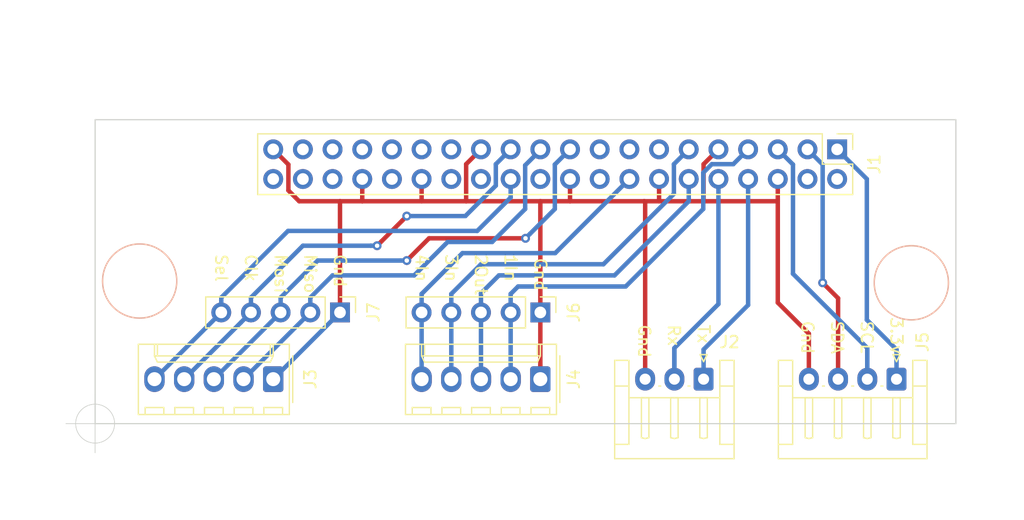
<source format=kicad_pcb>
(kicad_pcb (version 20171130) (host pcbnew "(5.1.4)-1")

  (general
    (thickness 1.6)
    (drawings 29)
    (tracks 124)
    (zones 0)
    (modules 9)
    (nets 15)
  )

  (page A4)
  (layers
    (0 F.Cu signal)
    (31 B.Cu signal)
    (32 B.Adhes user)
    (33 F.Adhes user)
    (34 B.Paste user)
    (35 F.Paste user)
    (36 B.SilkS user)
    (37 F.SilkS user)
    (38 B.Mask user)
    (39 F.Mask user)
    (40 Dwgs.User user)
    (41 Cmts.User user)
    (42 Eco1.User user)
    (43 Eco2.User user)
    (44 Edge.Cuts user)
    (45 Margin user)
    (46 B.CrtYd user)
    (47 F.CrtYd user)
    (48 B.Fab user hide)
    (49 F.Fab user hide)
  )

  (setup
    (last_trace_width 0.381)
    (trace_clearance 0.2)
    (zone_clearance 0.508)
    (zone_45_only no)
    (trace_min 0.2)
    (via_size 0.762)
    (via_drill 0.381)
    (via_min_size 0.4)
    (via_min_drill 0.3)
    (uvia_size 0.3)
    (uvia_drill 0.1)
    (uvias_allowed no)
    (uvia_min_size 0.2)
    (uvia_min_drill 0.1)
    (edge_width 0.05)
    (segment_width 0.2)
    (pcb_text_width 0.3)
    (pcb_text_size 1.5 1.5)
    (mod_edge_width 0.12)
    (mod_text_size 1 1)
    (mod_text_width 0.15)
    (pad_size 3.175 3.175)
    (pad_drill 3.175)
    (pad_to_mask_clearance 0.051)
    (solder_mask_min_width 0.25)
    (aux_axis_origin 0 0)
    (grid_origin 116.205 114.3)
    (visible_elements 7FFFFFFF)
    (pcbplotparams
      (layerselection 0x010fc_ffffffff)
      (usegerberextensions false)
      (usegerberattributes false)
      (usegerberadvancedattributes false)
      (creategerberjobfile false)
      (excludeedgelayer true)
      (linewidth 0.100000)
      (plotframeref false)
      (viasonmask false)
      (mode 1)
      (useauxorigin false)
      (hpglpennumber 1)
      (hpglpenspeed 20)
      (hpglpendiameter 15.000000)
      (psnegative false)
      (psa4output false)
      (plotreference true)
      (plotvalue true)
      (plotinvisibletext false)
      (padsonsilk false)
      (subtractmaskfromsilk false)
      (outputformat 1)
      (mirror false)
      (drillshape 0)
      (scaleselection 1)
      (outputdirectory ""))
  )

  (net 0 "")
  (net 1 GND)
  (net 2 /Sel)
  (net 3 /Clk)
  (net 4 /MISO)
  (net 5 /MOSI)
  (net 6 /Rx)
  (net 7 /Tx)
  (net 8 /SCL)
  (net 9 /SDA)
  (net 10 +3V3)
  (net 11 /4In)
  (net 12 /2Out)
  (net 13 /3In)
  (net 14 /1In)

  (net_class Default "This is the default net class."
    (clearance 0.2)
    (trace_width 0.381)
    (via_dia 0.762)
    (via_drill 0.381)
    (uvia_dia 0.3)
    (uvia_drill 0.1)
    (add_net +3V3)
    (add_net /1In)
    (add_net /2Out)
    (add_net /3In)
    (add_net /4In)
    (add_net /Clk)
    (add_net /MISO)
    (add_net /MOSI)
    (add_net /Rx)
    (add_net /SCL)
    (add_net /SDA)
    (add_net /Sel)
    (add_net /Tx)
    (add_net GND)
  )

  (module "0MiscParts:MountingHole _1-8_1-4" (layer F.Cu) (tedit 5E4292CA) (tstamp 5E2CCE77)
    (at 186.055 102.235 270)
    (path /5E2CDF63)
    (fp_text reference H1 (at 0 2.032 90) (layer F.Fab)
      (effects (font (size 1 1) (thickness 0.15)))
    )
    (fp_text value MountingHole (at 0 -2.032 90) (layer F.Fab)
      (effects (font (size 1 1) (thickness 0.15)))
    )
    (fp_circle (center 0 0) (end 3.175 0) (layer B.SilkS) (width 0.12))
    (fp_circle (center 0 0) (end 3.175 0) (layer F.SilkS) (width 0.12))
    (pad "" np_thru_hole circle (at 0 0 270) (size 3.175 3.175) (drill 3.175) (layers *.Cu *.Mask))
  )

  (module "0MiscParts:MountingHole _1-8_1-4" (layer F.Cu) (tedit 5E4292CA) (tstamp 5E2CCE7D)
    (at 120.015 102.085 270)
    (path /5E2CE448)
    (fp_text reference H2 (at 0 2.032 90) (layer F.Fab)
      (effects (font (size 1 1) (thickness 0.15)))
    )
    (fp_text value MountingHole (at 0 -2.032 90) (layer F.Fab)
      (effects (font (size 1 1) (thickness 0.15)))
    )
    (fp_circle (center 0 0) (end 3.175 0) (layer B.SilkS) (width 0.12))
    (fp_circle (center 0 0) (end 3.175 0) (layer F.SilkS) (width 0.12))
    (pad "" np_thru_hole circle (at 0 0 270) (size 3.175 3.175) (drill 3.175) (layers *.Cu *.Mask))
  )

  (module Connector_JST:JST_EH_S3B-EH_1x03_P2.50mm_Horizontal (layer F.Cu) (tedit 5C281425) (tstamp 5E299CC2)
    (at 168.275 110.49 180)
    (descr "JST EH series connector, S3B-EH (http://www.jst-mfg.com/product/pdf/eng/eEH.pdf), generated with kicad-footprint-generator")
    (tags "connector JST EH horizontal")
    (path /5E29F5EF)
    (fp_text reference J2 (at -2.2225 3.175) (layer F.SilkS)
      (effects (font (size 1 1) (thickness 0.15)))
    )
    (fp_text value Conn_01x03 (at 2.5 2.7) (layer F.Fab)
      (effects (font (size 1 1) (thickness 0.15)))
    )
    (fp_text user %R (at 2.5 -2.6) (layer F.Fab)
      (effects (font (size 1 1) (thickness 0.15)))
    )
    (fp_line (start 0 -1.407107) (end 0.5 -0.7) (layer F.Fab) (width 0.1))
    (fp_line (start -0.5 -0.7) (end 0 -1.407107) (layer F.Fab) (width 0.1))
    (fp_line (start 0.3 2.1) (end 0 1.5) (layer F.SilkS) (width 0.12))
    (fp_line (start -0.3 2.1) (end 0.3 2.1) (layer F.SilkS) (width 0.12))
    (fp_line (start 0 1.5) (end -0.3 2.1) (layer F.SilkS) (width 0.12))
    (fp_line (start 5.32 -1.59) (end 5 -1.59) (layer F.SilkS) (width 0.12))
    (fp_line (start 5.32 -5.01) (end 5.32 -1.59) (layer F.SilkS) (width 0.12))
    (fp_line (start 5 -5.09) (end 5.32 -5.01) (layer F.SilkS) (width 0.12))
    (fp_line (start 4.68 -5.01) (end 5 -5.09) (layer F.SilkS) (width 0.12))
    (fp_line (start 4.68 -1.59) (end 4.68 -5.01) (layer F.SilkS) (width 0.12))
    (fp_line (start 5 -1.59) (end 4.68 -1.59) (layer F.SilkS) (width 0.12))
    (fp_line (start 3.67 -0.59) (end 3.83 -0.59) (layer F.SilkS) (width 0.12))
    (fp_line (start 2.82 -1.59) (end 2.5 -1.59) (layer F.SilkS) (width 0.12))
    (fp_line (start 2.82 -5.01) (end 2.82 -1.59) (layer F.SilkS) (width 0.12))
    (fp_line (start 2.5 -5.09) (end 2.82 -5.01) (layer F.SilkS) (width 0.12))
    (fp_line (start 2.18 -5.01) (end 2.5 -5.09) (layer F.SilkS) (width 0.12))
    (fp_line (start 2.18 -1.59) (end 2.18 -5.01) (layer F.SilkS) (width 0.12))
    (fp_line (start 2.5 -1.59) (end 2.18 -1.59) (layer F.SilkS) (width 0.12))
    (fp_line (start 1.17 -0.59) (end 1.33 -0.59) (layer F.SilkS) (width 0.12))
    (fp_line (start 0.32 -1.59) (end 0 -1.59) (layer F.SilkS) (width 0.12))
    (fp_line (start 0.32 -5.01) (end 0.32 -1.59) (layer F.SilkS) (width 0.12))
    (fp_line (start 0 -5.09) (end 0.32 -5.01) (layer F.SilkS) (width 0.12))
    (fp_line (start -0.32 -5.01) (end 0 -5.09) (layer F.SilkS) (width 0.12))
    (fp_line (start -0.32 -1.59) (end -0.32 -5.01) (layer F.SilkS) (width 0.12))
    (fp_line (start 0 -1.59) (end -0.32 -1.59) (layer F.SilkS) (width 0.12))
    (fp_line (start -1.39 -1.59) (end 6.39 -1.59) (layer F.SilkS) (width 0.12))
    (fp_line (start 6.39 -0.59) (end 7.61 -0.59) (layer F.SilkS) (width 0.12))
    (fp_line (start 6.39 -5.59) (end 6.39 -0.59) (layer F.SilkS) (width 0.12))
    (fp_line (start 7.61 -5.59) (end 6.39 -5.59) (layer F.SilkS) (width 0.12))
    (fp_line (start -1.39 -0.59) (end -2.61 -0.59) (layer F.SilkS) (width 0.12))
    (fp_line (start -1.39 -5.59) (end -1.39 -0.59) (layer F.SilkS) (width 0.12))
    (fp_line (start -2.61 -5.59) (end -1.39 -5.59) (layer F.SilkS) (width 0.12))
    (fp_line (start 6.39 1.61) (end 6.39 -0.59) (layer F.SilkS) (width 0.12))
    (fp_line (start 7.61 1.61) (end 6.39 1.61) (layer F.SilkS) (width 0.12))
    (fp_line (start 7.61 -6.81) (end 7.61 1.61) (layer F.SilkS) (width 0.12))
    (fp_line (start -2.61 -6.81) (end 7.61 -6.81) (layer F.SilkS) (width 0.12))
    (fp_line (start -2.61 1.61) (end -2.61 -6.81) (layer F.SilkS) (width 0.12))
    (fp_line (start -1.39 1.61) (end -2.61 1.61) (layer F.SilkS) (width 0.12))
    (fp_line (start -1.39 -0.59) (end -1.39 1.61) (layer F.SilkS) (width 0.12))
    (fp_line (start 8 -7.2) (end -3 -7.2) (layer F.CrtYd) (width 0.05))
    (fp_line (start 8 2) (end 8 -7.2) (layer F.CrtYd) (width 0.05))
    (fp_line (start -3 2) (end 8 2) (layer F.CrtYd) (width 0.05))
    (fp_line (start -3 -7.2) (end -3 2) (layer F.CrtYd) (width 0.05))
    (fp_line (start 6.5 -0.7) (end -1.5 -0.7) (layer F.Fab) (width 0.1))
    (fp_line (start 6.5 1.5) (end 6.5 -0.7) (layer F.Fab) (width 0.1))
    (fp_line (start 7.5 1.5) (end 6.5 1.5) (layer F.Fab) (width 0.1))
    (fp_line (start 7.5 -6.7) (end 7.5 1.5) (layer F.Fab) (width 0.1))
    (fp_line (start -2.5 -6.7) (end 7.5 -6.7) (layer F.Fab) (width 0.1))
    (fp_line (start -2.5 1.5) (end -2.5 -6.7) (layer F.Fab) (width 0.1))
    (fp_line (start -1.5 1.5) (end -2.5 1.5) (layer F.Fab) (width 0.1))
    (fp_line (start -1.5 -0.7) (end -1.5 1.5) (layer F.Fab) (width 0.1))
    (pad 3 thru_hole oval (at 5 0 180) (size 1.7 1.95) (drill 0.95) (layers *.Cu *.Mask)
      (net 1 GND))
    (pad 2 thru_hole oval (at 2.5 0 180) (size 1.7 1.95) (drill 0.95) (layers *.Cu *.Mask)
      (net 6 /Rx))
    (pad 1 thru_hole roundrect (at 0 0 180) (size 1.7 1.95) (drill 0.95) (layers *.Cu *.Mask) (roundrect_rratio 0.147059)
      (net 7 /Tx))
    (model ${KISYS3DMOD}/Connector_JST.3dshapes/JST_EH_S3B-EH_1x03_P2.50mm_Horizontal.wrl
      (at (xyz 0 0 0))
      (scale (xyz 1 1 1))
      (rotate (xyz 0 0 0))
    )
  )

  (module Connector_PinHeader_2.54mm:PinHeader_1x05_P2.54mm_Vertical (layer F.Cu) (tedit 59FED5CC) (tstamp 5E31D4BD)
    (at 154.305 104.775 270)
    (descr "Through hole straight pin header, 1x05, 2.54mm pitch, single row")
    (tags "Through hole pin header THT 1x05 2.54mm single row")
    (path /5E31EF48)
    (fp_text reference J6 (at 0 -2.8575 90) (layer F.SilkS)
      (effects (font (size 1 1) (thickness 0.15)))
    )
    (fp_text value Conn_01x05_Male (at 0 12.49 90) (layer F.Fab)
      (effects (font (size 1 1) (thickness 0.15)))
    )
    (fp_text user %R (at 0 5.08) (layer F.Fab)
      (effects (font (size 1 1) (thickness 0.15)))
    )
    (fp_line (start 1.8 -1.8) (end -1.8 -1.8) (layer F.CrtYd) (width 0.05))
    (fp_line (start 1.8 11.95) (end 1.8 -1.8) (layer F.CrtYd) (width 0.05))
    (fp_line (start -1.8 11.95) (end 1.8 11.95) (layer F.CrtYd) (width 0.05))
    (fp_line (start -1.8 -1.8) (end -1.8 11.95) (layer F.CrtYd) (width 0.05))
    (fp_line (start -1.33 -1.33) (end 0 -1.33) (layer F.SilkS) (width 0.12))
    (fp_line (start -1.33 0) (end -1.33 -1.33) (layer F.SilkS) (width 0.12))
    (fp_line (start -1.33 1.27) (end 1.33 1.27) (layer F.SilkS) (width 0.12))
    (fp_line (start 1.33 1.27) (end 1.33 11.49) (layer F.SilkS) (width 0.12))
    (fp_line (start -1.33 1.27) (end -1.33 11.49) (layer F.SilkS) (width 0.12))
    (fp_line (start -1.33 11.49) (end 1.33 11.49) (layer F.SilkS) (width 0.12))
    (fp_line (start -1.27 -0.635) (end -0.635 -1.27) (layer F.Fab) (width 0.1))
    (fp_line (start -1.27 11.43) (end -1.27 -0.635) (layer F.Fab) (width 0.1))
    (fp_line (start 1.27 11.43) (end -1.27 11.43) (layer F.Fab) (width 0.1))
    (fp_line (start 1.27 -1.27) (end 1.27 11.43) (layer F.Fab) (width 0.1))
    (fp_line (start -0.635 -1.27) (end 1.27 -1.27) (layer F.Fab) (width 0.1))
    (pad 5 thru_hole oval (at 0 10.16 270) (size 1.7 1.7) (drill 1) (layers *.Cu *.Mask)
      (net 11 /4In))
    (pad 4 thru_hole oval (at 0 7.62 270) (size 1.7 1.7) (drill 1) (layers *.Cu *.Mask)
      (net 13 /3In))
    (pad 3 thru_hole oval (at 0 5.08 270) (size 1.7 1.7) (drill 1) (layers *.Cu *.Mask)
      (net 12 /2Out))
    (pad 2 thru_hole oval (at 0 2.54 270) (size 1.7 1.7) (drill 1) (layers *.Cu *.Mask)
      (net 14 /1In))
    (pad 1 thru_hole rect (at 0 0 270) (size 1.7 1.7) (drill 1) (layers *.Cu *.Mask)
      (net 1 GND))
    (model ${KISYS3DMOD}/Connector_PinHeader_2.54mm.3dshapes/PinHeader_1x05_P2.54mm_Vertical.wrl
      (at (xyz 0 0 0))
      (scale (xyz 1 1 1))
      (rotate (xyz 0 0 0))
    )
  )

  (module Connector_PinHeader_2.54mm:PinHeader_1x05_P2.54mm_Vertical (layer F.Cu) (tedit 59FED5CC) (tstamp 5E31D4A4)
    (at 137.16 104.775 270)
    (descr "Through hole straight pin header, 1x05, 2.54mm pitch, single row")
    (tags "Through hole pin header THT 1x05 2.54mm single row")
    (path /5E31DC1A)
    (fp_text reference J7 (at 0 -2.8575 90) (layer F.SilkS)
      (effects (font (size 1 1) (thickness 0.15)))
    )
    (fp_text value Conn_01x05_Male (at 0 12.49 90) (layer F.Fab)
      (effects (font (size 1 1) (thickness 0.15)))
    )
    (fp_text user %R (at 0 5.08) (layer F.Fab)
      (effects (font (size 1 1) (thickness 0.15)))
    )
    (fp_line (start 1.8 -1.8) (end -1.8 -1.8) (layer F.CrtYd) (width 0.05))
    (fp_line (start 1.8 11.95) (end 1.8 -1.8) (layer F.CrtYd) (width 0.05))
    (fp_line (start -1.8 11.95) (end 1.8 11.95) (layer F.CrtYd) (width 0.05))
    (fp_line (start -1.8 -1.8) (end -1.8 11.95) (layer F.CrtYd) (width 0.05))
    (fp_line (start -1.33 -1.33) (end 0 -1.33) (layer F.SilkS) (width 0.12))
    (fp_line (start -1.33 0) (end -1.33 -1.33) (layer F.SilkS) (width 0.12))
    (fp_line (start -1.33 1.27) (end 1.33 1.27) (layer F.SilkS) (width 0.12))
    (fp_line (start 1.33 1.27) (end 1.33 11.49) (layer F.SilkS) (width 0.12))
    (fp_line (start -1.33 1.27) (end -1.33 11.49) (layer F.SilkS) (width 0.12))
    (fp_line (start -1.33 11.49) (end 1.33 11.49) (layer F.SilkS) (width 0.12))
    (fp_line (start -1.27 -0.635) (end -0.635 -1.27) (layer F.Fab) (width 0.1))
    (fp_line (start -1.27 11.43) (end -1.27 -0.635) (layer F.Fab) (width 0.1))
    (fp_line (start 1.27 11.43) (end -1.27 11.43) (layer F.Fab) (width 0.1))
    (fp_line (start 1.27 -1.27) (end 1.27 11.43) (layer F.Fab) (width 0.1))
    (fp_line (start -0.635 -1.27) (end 1.27 -1.27) (layer F.Fab) (width 0.1))
    (pad 5 thru_hole oval (at 0 10.16 270) (size 1.7 1.7) (drill 1) (layers *.Cu *.Mask)
      (net 2 /Sel))
    (pad 4 thru_hole oval (at 0 7.62 270) (size 1.7 1.7) (drill 1) (layers *.Cu *.Mask)
      (net 3 /Clk))
    (pad 3 thru_hole oval (at 0 5.08 270) (size 1.7 1.7) (drill 1) (layers *.Cu *.Mask)
      (net 5 /MOSI))
    (pad 2 thru_hole oval (at 0 2.54 270) (size 1.7 1.7) (drill 1) (layers *.Cu *.Mask)
      (net 4 /MISO))
    (pad 1 thru_hole rect (at 0 0 270) (size 1.7 1.7) (drill 1) (layers *.Cu *.Mask)
      (net 1 GND))
    (model ${KISYS3DMOD}/Connector_PinHeader_2.54mm.3dshapes/PinHeader_1x05_P2.54mm_Vertical.wrl
      (at (xyz 0 0 0))
      (scale (xyz 1 1 1))
      (rotate (xyz 0 0 0))
    )
  )

  (module Connector_Molex:Molex_KK-254_AE-6410-05A_1x05_P2.54mm_Vertical (layer F.Cu) (tedit 5B78013E) (tstamp 5E31C6FA)
    (at 154.305 110.49 180)
    (descr "Molex KK-254 Interconnect System, old/engineering part number: AE-6410-05A example for new part number: 22-27-2051, 5 Pins (http://www.molex.com/pdm_docs/sd/022272021_sd.pdf), generated with kicad-footprint-generator")
    (tags "connector Molex KK-254 side entry")
    (path /5E29EECE)
    (fp_text reference J4 (at -2.8575 0 90) (layer F.SilkS)
      (effects (font (size 1 1) (thickness 0.15)))
    )
    (fp_text value Conn_01x05 (at 5.08 4.08) (layer F.Fab)
      (effects (font (size 1 1) (thickness 0.15)))
    )
    (fp_text user %R (at 5.08 -2.22) (layer F.Fab)
      (effects (font (size 1 1) (thickness 0.15)))
    )
    (fp_line (start 11.93 -3.42) (end -1.77 -3.42) (layer F.CrtYd) (width 0.05))
    (fp_line (start 11.93 3.38) (end 11.93 -3.42) (layer F.CrtYd) (width 0.05))
    (fp_line (start -1.77 3.38) (end 11.93 3.38) (layer F.CrtYd) (width 0.05))
    (fp_line (start -1.77 -3.42) (end -1.77 3.38) (layer F.CrtYd) (width 0.05))
    (fp_line (start 10.96 -2.43) (end 10.96 -3.03) (layer F.SilkS) (width 0.12))
    (fp_line (start 9.36 -2.43) (end 10.96 -2.43) (layer F.SilkS) (width 0.12))
    (fp_line (start 9.36 -3.03) (end 9.36 -2.43) (layer F.SilkS) (width 0.12))
    (fp_line (start 8.42 -2.43) (end 8.42 -3.03) (layer F.SilkS) (width 0.12))
    (fp_line (start 6.82 -2.43) (end 8.42 -2.43) (layer F.SilkS) (width 0.12))
    (fp_line (start 6.82 -3.03) (end 6.82 -2.43) (layer F.SilkS) (width 0.12))
    (fp_line (start 5.88 -2.43) (end 5.88 -3.03) (layer F.SilkS) (width 0.12))
    (fp_line (start 4.28 -2.43) (end 5.88 -2.43) (layer F.SilkS) (width 0.12))
    (fp_line (start 4.28 -3.03) (end 4.28 -2.43) (layer F.SilkS) (width 0.12))
    (fp_line (start 3.34 -2.43) (end 3.34 -3.03) (layer F.SilkS) (width 0.12))
    (fp_line (start 1.74 -2.43) (end 3.34 -2.43) (layer F.SilkS) (width 0.12))
    (fp_line (start 1.74 -3.03) (end 1.74 -2.43) (layer F.SilkS) (width 0.12))
    (fp_line (start 0.8 -2.43) (end 0.8 -3.03) (layer F.SilkS) (width 0.12))
    (fp_line (start -0.8 -2.43) (end 0.8 -2.43) (layer F.SilkS) (width 0.12))
    (fp_line (start -0.8 -3.03) (end -0.8 -2.43) (layer F.SilkS) (width 0.12))
    (fp_line (start 9.91 2.99) (end 9.91 1.99) (layer F.SilkS) (width 0.12))
    (fp_line (start 0.25 2.99) (end 0.25 1.99) (layer F.SilkS) (width 0.12))
    (fp_line (start 9.91 1.46) (end 10.16 1.99) (layer F.SilkS) (width 0.12))
    (fp_line (start 0.25 1.46) (end 9.91 1.46) (layer F.SilkS) (width 0.12))
    (fp_line (start 0 1.99) (end 0.25 1.46) (layer F.SilkS) (width 0.12))
    (fp_line (start 10.16 1.99) (end 10.16 2.99) (layer F.SilkS) (width 0.12))
    (fp_line (start 0 1.99) (end 10.16 1.99) (layer F.SilkS) (width 0.12))
    (fp_line (start 0 2.99) (end 0 1.99) (layer F.SilkS) (width 0.12))
    (fp_line (start -0.562893 0) (end -1.27 0.5) (layer F.Fab) (width 0.1))
    (fp_line (start -1.27 -0.5) (end -0.562893 0) (layer F.Fab) (width 0.1))
    (fp_line (start -1.67 -2) (end -1.67 2) (layer F.SilkS) (width 0.12))
    (fp_line (start 11.54 -3.03) (end -1.38 -3.03) (layer F.SilkS) (width 0.12))
    (fp_line (start 11.54 2.99) (end 11.54 -3.03) (layer F.SilkS) (width 0.12))
    (fp_line (start -1.38 2.99) (end 11.54 2.99) (layer F.SilkS) (width 0.12))
    (fp_line (start -1.38 -3.03) (end -1.38 2.99) (layer F.SilkS) (width 0.12))
    (fp_line (start 11.43 -2.92) (end -1.27 -2.92) (layer F.Fab) (width 0.1))
    (fp_line (start 11.43 2.88) (end 11.43 -2.92) (layer F.Fab) (width 0.1))
    (fp_line (start -1.27 2.88) (end 11.43 2.88) (layer F.Fab) (width 0.1))
    (fp_line (start -1.27 -2.92) (end -1.27 2.88) (layer F.Fab) (width 0.1))
    (pad 5 thru_hole oval (at 10.16 0 180) (size 1.74 2.2) (drill 1.2) (layers *.Cu *.Mask)
      (net 11 /4In))
    (pad 4 thru_hole oval (at 7.62 0 180) (size 1.74 2.2) (drill 1.2) (layers *.Cu *.Mask)
      (net 13 /3In))
    (pad 3 thru_hole oval (at 5.08 0 180) (size 1.74 2.2) (drill 1.2) (layers *.Cu *.Mask)
      (net 12 /2Out))
    (pad 2 thru_hole oval (at 2.54 0 180) (size 1.74 2.2) (drill 1.2) (layers *.Cu *.Mask)
      (net 14 /1In))
    (pad 1 thru_hole roundrect (at 0 0 180) (size 1.74 2.2) (drill 1.2) (layers *.Cu *.Mask) (roundrect_rratio 0.143678)
      (net 1 GND))
    (model ${KISYS3DMOD}/Connector_Molex.3dshapes/Molex_KK-254_AE-6410-05A_1x05_P2.54mm_Vertical.wrl
      (at (xyz 0 0 0))
      (scale (xyz 1 1 1))
      (rotate (xyz 0 0 0))
    )
  )

  (module Connector_Molex:Molex_KK-254_AE-6410-05A_1x05_P2.54mm_Vertical (layer F.Cu) (tedit 5B78013E) (tstamp 5E2CDD63)
    (at 131.445 110.49 180)
    (descr "Molex KK-254 Interconnect System, old/engineering part number: AE-6410-05A example for new part number: 22-27-2051, 5 Pins (http://www.molex.com/pdm_docs/sd/022272021_sd.pdf), generated with kicad-footprint-generator")
    (tags "connector Molex KK-254 side entry")
    (path /5E29C369)
    (fp_text reference J3 (at -3.175 0 90) (layer F.SilkS)
      (effects (font (size 1 1) (thickness 0.15)))
    )
    (fp_text value Conn_01x05 (at 5.08 4.08) (layer F.Fab)
      (effects (font (size 1 1) (thickness 0.15)))
    )
    (fp_text user %R (at 5.08 -2.22) (layer F.Fab)
      (effects (font (size 1 1) (thickness 0.15)))
    )
    (fp_line (start 11.93 -3.42) (end -1.77 -3.42) (layer F.CrtYd) (width 0.05))
    (fp_line (start 11.93 3.38) (end 11.93 -3.42) (layer F.CrtYd) (width 0.05))
    (fp_line (start -1.77 3.38) (end 11.93 3.38) (layer F.CrtYd) (width 0.05))
    (fp_line (start -1.77 -3.42) (end -1.77 3.38) (layer F.CrtYd) (width 0.05))
    (fp_line (start 10.96 -2.43) (end 10.96 -3.03) (layer F.SilkS) (width 0.12))
    (fp_line (start 9.36 -2.43) (end 10.96 -2.43) (layer F.SilkS) (width 0.12))
    (fp_line (start 9.36 -3.03) (end 9.36 -2.43) (layer F.SilkS) (width 0.12))
    (fp_line (start 8.42 -2.43) (end 8.42 -3.03) (layer F.SilkS) (width 0.12))
    (fp_line (start 6.82 -2.43) (end 8.42 -2.43) (layer F.SilkS) (width 0.12))
    (fp_line (start 6.82 -3.03) (end 6.82 -2.43) (layer F.SilkS) (width 0.12))
    (fp_line (start 5.88 -2.43) (end 5.88 -3.03) (layer F.SilkS) (width 0.12))
    (fp_line (start 4.28 -2.43) (end 5.88 -2.43) (layer F.SilkS) (width 0.12))
    (fp_line (start 4.28 -3.03) (end 4.28 -2.43) (layer F.SilkS) (width 0.12))
    (fp_line (start 3.34 -2.43) (end 3.34 -3.03) (layer F.SilkS) (width 0.12))
    (fp_line (start 1.74 -2.43) (end 3.34 -2.43) (layer F.SilkS) (width 0.12))
    (fp_line (start 1.74 -3.03) (end 1.74 -2.43) (layer F.SilkS) (width 0.12))
    (fp_line (start 0.8 -2.43) (end 0.8 -3.03) (layer F.SilkS) (width 0.12))
    (fp_line (start -0.8 -2.43) (end 0.8 -2.43) (layer F.SilkS) (width 0.12))
    (fp_line (start -0.8 -3.03) (end -0.8 -2.43) (layer F.SilkS) (width 0.12))
    (fp_line (start 9.91 2.99) (end 9.91 1.99) (layer F.SilkS) (width 0.12))
    (fp_line (start 0.25 2.99) (end 0.25 1.99) (layer F.SilkS) (width 0.12))
    (fp_line (start 9.91 1.46) (end 10.16 1.99) (layer F.SilkS) (width 0.12))
    (fp_line (start 0.25 1.46) (end 9.91 1.46) (layer F.SilkS) (width 0.12))
    (fp_line (start 0 1.99) (end 0.25 1.46) (layer F.SilkS) (width 0.12))
    (fp_line (start 10.16 1.99) (end 10.16 2.99) (layer F.SilkS) (width 0.12))
    (fp_line (start 0 1.99) (end 10.16 1.99) (layer F.SilkS) (width 0.12))
    (fp_line (start 0 2.99) (end 0 1.99) (layer F.SilkS) (width 0.12))
    (fp_line (start -0.562893 0) (end -1.27 0.5) (layer F.Fab) (width 0.1))
    (fp_line (start -1.27 -0.5) (end -0.562893 0) (layer F.Fab) (width 0.1))
    (fp_line (start -1.67 -2) (end -1.67 2) (layer F.SilkS) (width 0.12))
    (fp_line (start 11.54 -3.03) (end -1.38 -3.03) (layer F.SilkS) (width 0.12))
    (fp_line (start 11.54 2.99) (end 11.54 -3.03) (layer F.SilkS) (width 0.12))
    (fp_line (start -1.38 2.99) (end 11.54 2.99) (layer F.SilkS) (width 0.12))
    (fp_line (start -1.38 -3.03) (end -1.38 2.99) (layer F.SilkS) (width 0.12))
    (fp_line (start 11.43 -2.92) (end -1.27 -2.92) (layer F.Fab) (width 0.1))
    (fp_line (start 11.43 2.88) (end 11.43 -2.92) (layer F.Fab) (width 0.1))
    (fp_line (start -1.27 2.88) (end 11.43 2.88) (layer F.Fab) (width 0.1))
    (fp_line (start -1.27 -2.92) (end -1.27 2.88) (layer F.Fab) (width 0.1))
    (pad 5 thru_hole oval (at 10.16 0 180) (size 1.74 2.2) (drill 1.2) (layers *.Cu *.Mask)
      (net 2 /Sel))
    (pad 4 thru_hole oval (at 7.62 0 180) (size 1.74 2.2) (drill 1.2) (layers *.Cu *.Mask)
      (net 3 /Clk))
    (pad 3 thru_hole oval (at 5.08 0 180) (size 1.74 2.2) (drill 1.2) (layers *.Cu *.Mask)
      (net 5 /MOSI))
    (pad 2 thru_hole oval (at 2.54 0 180) (size 1.74 2.2) (drill 1.2) (layers *.Cu *.Mask)
      (net 4 /MISO))
    (pad 1 thru_hole roundrect (at 0 0 180) (size 1.74 2.2) (drill 1.2) (layers *.Cu *.Mask) (roundrect_rratio 0.143678)
      (net 1 GND))
    (model ${KISYS3DMOD}/Connector_Molex.3dshapes/Molex_KK-254_AE-6410-05A_1x05_P2.54mm_Vertical.wrl
      (at (xyz 0 0 0))
      (scale (xyz 1 1 1))
      (rotate (xyz 0 0 0))
    )
  )

  (module Connector_PinHeader_2.54mm:PinHeader_2x20_P2.54mm_Vertical (layer F.Cu) (tedit 59FED5CC) (tstamp 5E299C87)
    (at 179.705 90.805 270)
    (descr "Through hole straight pin header, 2x20, 2.54mm pitch, double rows")
    (tags "Through hole pin header THT 2x20 2.54mm double row")
    (path /5E29AD2C)
    (fp_text reference J1 (at 1.27 -3.175 90) (layer F.SilkS)
      (effects (font (size 1 1) (thickness 0.15)))
    )
    (fp_text value RPi (at 1.27 50.59 90) (layer F.Fab)
      (effects (font (size 1 1) (thickness 0.15)))
    )
    (fp_text user %R (at 1.27 24.13) (layer F.Fab)
      (effects (font (size 1 1) (thickness 0.15)))
    )
    (fp_line (start 4.35 -1.8) (end -1.8 -1.8) (layer F.CrtYd) (width 0.05))
    (fp_line (start 4.35 50.05) (end 4.35 -1.8) (layer F.CrtYd) (width 0.05))
    (fp_line (start -1.8 50.05) (end 4.35 50.05) (layer F.CrtYd) (width 0.05))
    (fp_line (start -1.8 -1.8) (end -1.8 50.05) (layer F.CrtYd) (width 0.05))
    (fp_line (start -1.33 -1.33) (end 0 -1.33) (layer F.SilkS) (width 0.12))
    (fp_line (start -1.33 0) (end -1.33 -1.33) (layer F.SilkS) (width 0.12))
    (fp_line (start 1.27 -1.33) (end 3.87 -1.33) (layer F.SilkS) (width 0.12))
    (fp_line (start 1.27 1.27) (end 1.27 -1.33) (layer F.SilkS) (width 0.12))
    (fp_line (start -1.33 1.27) (end 1.27 1.27) (layer F.SilkS) (width 0.12))
    (fp_line (start 3.87 -1.33) (end 3.87 49.59) (layer F.SilkS) (width 0.12))
    (fp_line (start -1.33 1.27) (end -1.33 49.59) (layer F.SilkS) (width 0.12))
    (fp_line (start -1.33 49.59) (end 3.87 49.59) (layer F.SilkS) (width 0.12))
    (fp_line (start -1.27 0) (end 0 -1.27) (layer F.Fab) (width 0.1))
    (fp_line (start -1.27 49.53) (end -1.27 0) (layer F.Fab) (width 0.1))
    (fp_line (start 3.81 49.53) (end -1.27 49.53) (layer F.Fab) (width 0.1))
    (fp_line (start 3.81 -1.27) (end 3.81 49.53) (layer F.Fab) (width 0.1))
    (fp_line (start 0 -1.27) (end 3.81 -1.27) (layer F.Fab) (width 0.1))
    (pad 40 thru_hole oval (at 2.54 48.26 270) (size 1.7 1.7) (drill 1) (layers *.Cu *.Mask))
    (pad 39 thru_hole oval (at 0 48.26 270) (size 1.7 1.7) (drill 1) (layers *.Cu *.Mask)
      (net 1 GND))
    (pad 38 thru_hole oval (at 2.54 45.72 270) (size 1.7 1.7) (drill 1) (layers *.Cu *.Mask))
    (pad 37 thru_hole oval (at 0 45.72 270) (size 1.7 1.7) (drill 1) (layers *.Cu *.Mask))
    (pad 36 thru_hole oval (at 2.54 43.18 270) (size 1.7 1.7) (drill 1) (layers *.Cu *.Mask))
    (pad 35 thru_hole oval (at 0 43.18 270) (size 1.7 1.7) (drill 1) (layers *.Cu *.Mask))
    (pad 34 thru_hole oval (at 2.54 40.64 270) (size 1.7 1.7) (drill 1) (layers *.Cu *.Mask)
      (net 1 GND))
    (pad 33 thru_hole oval (at 0 40.64 270) (size 1.7 1.7) (drill 1) (layers *.Cu *.Mask))
    (pad 32 thru_hole oval (at 2.54 38.1 270) (size 1.7 1.7) (drill 1) (layers *.Cu *.Mask))
    (pad 31 thru_hole oval (at 0 38.1 270) (size 1.7 1.7) (drill 1) (layers *.Cu *.Mask))
    (pad 30 thru_hole oval (at 2.54 35.56 270) (size 1.7 1.7) (drill 1) (layers *.Cu *.Mask)
      (net 1 GND))
    (pad 29 thru_hole oval (at 0 35.56 270) (size 1.7 1.7) (drill 1) (layers *.Cu *.Mask))
    (pad 28 thru_hole oval (at 2.54 33.02 270) (size 1.7 1.7) (drill 1) (layers *.Cu *.Mask))
    (pad 27 thru_hole oval (at 0 33.02 270) (size 1.7 1.7) (drill 1) (layers *.Cu *.Mask))
    (pad 26 thru_hole oval (at 2.54 30.48 270) (size 1.7 1.7) (drill 1) (layers *.Cu *.Mask))
    (pad 25 thru_hole oval (at 0 30.48 270) (size 1.7 1.7) (drill 1) (layers *.Cu *.Mask)
      (net 1 GND))
    (pad 24 thru_hole oval (at 2.54 27.94 270) (size 1.7 1.7) (drill 1) (layers *.Cu *.Mask)
      (net 2 /Sel))
    (pad 23 thru_hole oval (at 0 27.94 270) (size 1.7 1.7) (drill 1) (layers *.Cu *.Mask)
      (net 3 /Clk))
    (pad 22 thru_hole oval (at 2.54 25.4 270) (size 1.7 1.7) (drill 1) (layers *.Cu *.Mask))
    (pad 21 thru_hole oval (at 0 25.4 270) (size 1.7 1.7) (drill 1) (layers *.Cu *.Mask)
      (net 4 /MISO))
    (pad 20 thru_hole oval (at 2.54 22.86 270) (size 1.7 1.7) (drill 1) (layers *.Cu *.Mask)
      (net 1 GND))
    (pad 19 thru_hole oval (at 0 22.86 270) (size 1.7 1.7) (drill 1) (layers *.Cu *.Mask)
      (net 5 /MOSI))
    (pad 18 thru_hole oval (at 2.54 20.32 270) (size 1.7 1.7) (drill 1) (layers *.Cu *.Mask))
    (pad 17 thru_hole oval (at 0 20.32 270) (size 1.7 1.7) (drill 1) (layers *.Cu *.Mask))
    (pad 16 thru_hole oval (at 2.54 17.78 270) (size 1.7 1.7) (drill 1) (layers *.Cu *.Mask)
      (net 11 /4In))
    (pad 15 thru_hole oval (at 0 17.78 270) (size 1.7 1.7) (drill 1) (layers *.Cu *.Mask))
    (pad 14 thru_hole oval (at 2.54 15.24 270) (size 1.7 1.7) (drill 1) (layers *.Cu *.Mask)
      (net 1 GND))
    (pad 13 thru_hole oval (at 0 15.24 270) (size 1.7 1.7) (drill 1) (layers *.Cu *.Mask))
    (pad 12 thru_hole oval (at 2.54 12.7 270) (size 1.7 1.7) (drill 1) (layers *.Cu *.Mask)
      (net 12 /2Out))
    (pad 11 thru_hole oval (at 0 12.7 270) (size 1.7 1.7) (drill 1) (layers *.Cu *.Mask)
      (net 13 /3In))
    (pad 10 thru_hole oval (at 2.54 10.16 270) (size 1.7 1.7) (drill 1) (layers *.Cu *.Mask)
      (net 6 /Rx))
    (pad 9 thru_hole oval (at 0 10.16 270) (size 1.7 1.7) (drill 1) (layers *.Cu *.Mask)
      (net 1 GND))
    (pad 8 thru_hole oval (at 2.54 7.62 270) (size 1.7 1.7) (drill 1) (layers *.Cu *.Mask)
      (net 7 /Tx))
    (pad 7 thru_hole oval (at 0 7.62 270) (size 1.7 1.7) (drill 1) (layers *.Cu *.Mask)
      (net 14 /1In))
    (pad 6 thru_hole oval (at 2.54 5.08 270) (size 1.7 1.7) (drill 1) (layers *.Cu *.Mask)
      (net 1 GND))
    (pad 5 thru_hole oval (at 0 5.08 270) (size 1.7 1.7) (drill 1) (layers *.Cu *.Mask)
      (net 8 /SCL))
    (pad 4 thru_hole oval (at 2.54 2.54 270) (size 1.7 1.7) (drill 1) (layers *.Cu *.Mask))
    (pad 3 thru_hole oval (at 0 2.54 270) (size 1.7 1.7) (drill 1) (layers *.Cu *.Mask)
      (net 9 /SDA))
    (pad 2 thru_hole oval (at 2.54 0 270) (size 1.7 1.7) (drill 1) (layers *.Cu *.Mask))
    (pad 1 thru_hole rect (at 0 0 270) (size 1.7 1.7) (drill 1) (layers *.Cu *.Mask)
      (net 10 +3V3))
    (model ${KISYS3DMOD}/Connector_PinHeader_2.54mm.3dshapes/PinHeader_2x20_P2.54mm_Vertical.wrl
      (at (xyz 0 0 0))
      (scale (xyz 1 1 1))
      (rotate (xyz 0 0 0))
    )
  )

  (module Connector_JST:JST_EH_S4B-EH_1x04_P2.50mm_Horizontal (layer F.Cu) (tedit 5C281425) (tstamp 5E299DB9)
    (at 184.785 110.49 180)
    (descr "JST EH series connector, S4B-EH (http://www.jst-mfg.com/product/pdf/eng/eEH.pdf), generated with kicad-footprint-generator")
    (tags "connector JST EH horizontal")
    (path /5E29CCFC)
    (fp_text reference J5 (at -2.2225 3.175 90) (layer F.SilkS)
      (effects (font (size 1 1) (thickness 0.15)))
    )
    (fp_text value Conn_01x04 (at 3.75 2.7) (layer F.Fab)
      (effects (font (size 1 1) (thickness 0.15)))
    )
    (fp_text user %R (at 3.75 -2.6) (layer F.Fab)
      (effects (font (size 1 1) (thickness 0.15)))
    )
    (fp_line (start 0 -1.407107) (end 0.5 -0.7) (layer F.Fab) (width 0.1))
    (fp_line (start -0.5 -0.7) (end 0 -1.407107) (layer F.Fab) (width 0.1))
    (fp_line (start 0.3 2.1) (end 0 1.5) (layer F.SilkS) (width 0.12))
    (fp_line (start -0.3 2.1) (end 0.3 2.1) (layer F.SilkS) (width 0.12))
    (fp_line (start 0 1.5) (end -0.3 2.1) (layer F.SilkS) (width 0.12))
    (fp_line (start 7.82 -1.59) (end 7.5 -1.59) (layer F.SilkS) (width 0.12))
    (fp_line (start 7.82 -5.01) (end 7.82 -1.59) (layer F.SilkS) (width 0.12))
    (fp_line (start 7.5 -5.09) (end 7.82 -5.01) (layer F.SilkS) (width 0.12))
    (fp_line (start 7.18 -5.01) (end 7.5 -5.09) (layer F.SilkS) (width 0.12))
    (fp_line (start 7.18 -1.59) (end 7.18 -5.01) (layer F.SilkS) (width 0.12))
    (fp_line (start 7.5 -1.59) (end 7.18 -1.59) (layer F.SilkS) (width 0.12))
    (fp_line (start 6.17 -0.59) (end 6.33 -0.59) (layer F.SilkS) (width 0.12))
    (fp_line (start 5.32 -1.59) (end 5 -1.59) (layer F.SilkS) (width 0.12))
    (fp_line (start 5.32 -5.01) (end 5.32 -1.59) (layer F.SilkS) (width 0.12))
    (fp_line (start 5 -5.09) (end 5.32 -5.01) (layer F.SilkS) (width 0.12))
    (fp_line (start 4.68 -5.01) (end 5 -5.09) (layer F.SilkS) (width 0.12))
    (fp_line (start 4.68 -1.59) (end 4.68 -5.01) (layer F.SilkS) (width 0.12))
    (fp_line (start 5 -1.59) (end 4.68 -1.59) (layer F.SilkS) (width 0.12))
    (fp_line (start 3.67 -0.59) (end 3.83 -0.59) (layer F.SilkS) (width 0.12))
    (fp_line (start 2.82 -1.59) (end 2.5 -1.59) (layer F.SilkS) (width 0.12))
    (fp_line (start 2.82 -5.01) (end 2.82 -1.59) (layer F.SilkS) (width 0.12))
    (fp_line (start 2.5 -5.09) (end 2.82 -5.01) (layer F.SilkS) (width 0.12))
    (fp_line (start 2.18 -5.01) (end 2.5 -5.09) (layer F.SilkS) (width 0.12))
    (fp_line (start 2.18 -1.59) (end 2.18 -5.01) (layer F.SilkS) (width 0.12))
    (fp_line (start 2.5 -1.59) (end 2.18 -1.59) (layer F.SilkS) (width 0.12))
    (fp_line (start 1.17 -0.59) (end 1.33 -0.59) (layer F.SilkS) (width 0.12))
    (fp_line (start 0.32 -1.59) (end 0 -1.59) (layer F.SilkS) (width 0.12))
    (fp_line (start 0.32 -5.01) (end 0.32 -1.59) (layer F.SilkS) (width 0.12))
    (fp_line (start 0 -5.09) (end 0.32 -5.01) (layer F.SilkS) (width 0.12))
    (fp_line (start -0.32 -5.01) (end 0 -5.09) (layer F.SilkS) (width 0.12))
    (fp_line (start -0.32 -1.59) (end -0.32 -5.01) (layer F.SilkS) (width 0.12))
    (fp_line (start 0 -1.59) (end -0.32 -1.59) (layer F.SilkS) (width 0.12))
    (fp_line (start -1.39 -1.59) (end 8.89 -1.59) (layer F.SilkS) (width 0.12))
    (fp_line (start 8.89 -0.59) (end 10.11 -0.59) (layer F.SilkS) (width 0.12))
    (fp_line (start 8.89 -5.59) (end 8.89 -0.59) (layer F.SilkS) (width 0.12))
    (fp_line (start 10.11 -5.59) (end 8.89 -5.59) (layer F.SilkS) (width 0.12))
    (fp_line (start -1.39 -0.59) (end -2.61 -0.59) (layer F.SilkS) (width 0.12))
    (fp_line (start -1.39 -5.59) (end -1.39 -0.59) (layer F.SilkS) (width 0.12))
    (fp_line (start -2.61 -5.59) (end -1.39 -5.59) (layer F.SilkS) (width 0.12))
    (fp_line (start 8.89 1.61) (end 8.89 -0.59) (layer F.SilkS) (width 0.12))
    (fp_line (start 10.11 1.61) (end 8.89 1.61) (layer F.SilkS) (width 0.12))
    (fp_line (start 10.11 -6.81) (end 10.11 1.61) (layer F.SilkS) (width 0.12))
    (fp_line (start -2.61 -6.81) (end 10.11 -6.81) (layer F.SilkS) (width 0.12))
    (fp_line (start -2.61 1.61) (end -2.61 -6.81) (layer F.SilkS) (width 0.12))
    (fp_line (start -1.39 1.61) (end -2.61 1.61) (layer F.SilkS) (width 0.12))
    (fp_line (start -1.39 -0.59) (end -1.39 1.61) (layer F.SilkS) (width 0.12))
    (fp_line (start 10.5 -7.2) (end -3 -7.2) (layer F.CrtYd) (width 0.05))
    (fp_line (start 10.5 2) (end 10.5 -7.2) (layer F.CrtYd) (width 0.05))
    (fp_line (start -3 2) (end 10.5 2) (layer F.CrtYd) (width 0.05))
    (fp_line (start -3 -7.2) (end -3 2) (layer F.CrtYd) (width 0.05))
    (fp_line (start 9 -0.7) (end -1.5 -0.7) (layer F.Fab) (width 0.1))
    (fp_line (start 9 1.5) (end 9 -0.7) (layer F.Fab) (width 0.1))
    (fp_line (start 10 1.5) (end 9 1.5) (layer F.Fab) (width 0.1))
    (fp_line (start 10 -6.7) (end 10 1.5) (layer F.Fab) (width 0.1))
    (fp_line (start -2.5 -6.7) (end 10 -6.7) (layer F.Fab) (width 0.1))
    (fp_line (start -2.5 1.5) (end -2.5 -6.7) (layer F.Fab) (width 0.1))
    (fp_line (start -1.5 1.5) (end -2.5 1.5) (layer F.Fab) (width 0.1))
    (fp_line (start -1.5 -0.7) (end -1.5 1.5) (layer F.Fab) (width 0.1))
    (pad 4 thru_hole oval (at 7.5 0 180) (size 1.7 1.95) (drill 0.95) (layers *.Cu *.Mask)
      (net 1 GND))
    (pad 3 thru_hole oval (at 5 0 180) (size 1.7 1.95) (drill 0.95) (layers *.Cu *.Mask)
      (net 9 /SDA))
    (pad 2 thru_hole oval (at 2.5 0 180) (size 1.7 1.95) (drill 0.95) (layers *.Cu *.Mask)
      (net 8 /SCL))
    (pad 1 thru_hole roundrect (at 0 0 180) (size 1.7 1.95) (drill 0.95) (layers *.Cu *.Mask) (roundrect_rratio 0.147059)
      (net 10 +3V3))
    (model ${KISYS3DMOD}/Connector_JST.3dshapes/JST_EH_S4B-EH_1x04_P2.50mm_Horizontal.wrl
      (at (xyz 0 0 0))
      (scale (xyz 1 1 1))
      (rotate (xyz 0 0 0))
    )
  )

  (target plus (at 116.205 114.3) (size 5) (width 0.05) (layer Edge.Cuts))
  (gr_text 3.3v (at 184.785 105.0925 -90) (layer F.SilkS) (tstamp 5E31E78F)
    (effects (font (size 1 1) (thickness 0.15)) (justify left))
  )
  (gr_text SCL (at 182.245 105.41 -90) (layer F.SilkS) (tstamp 5E31E78F)
    (effects (font (size 1 1) (thickness 0.15)) (justify left))
  )
  (gr_text SDA (at 179.705 105.41 -90) (layer F.SilkS) (tstamp 5E31E78F)
    (effects (font (size 1 1) (thickness 0.15)) (justify left))
  )
  (gr_text Tx (at 168.275 105.7275 -90) (layer F.SilkS) (tstamp 5E31E78F)
    (effects (font (size 1 1) (thickness 0.15)) (justify left))
  )
  (gr_text Rx (at 165.735 105.7275 -90) (layer F.SilkS) (tstamp 5E31E78F)
    (effects (font (size 1 1) (thickness 0.15)) (justify left))
  )
  (gr_text Gnd (at 177.165 105.41 -90) (layer F.SilkS) (tstamp 5E31E78F)
    (effects (font (size 1 1) (thickness 0.15)) (justify left))
  )
  (gr_text Gnd (at 163.195 105.7275 -90) (layer F.SilkS) (tstamp 5E31E78F)
    (effects (font (size 1 1) (thickness 0.15)) (justify left))
  )
  (gr_text Gnd (at 154.305 100.0125 -90) (layer F.SilkS) (tstamp 5E31DE6E)
    (effects (font (size 1 1) (thickness 0.15)) (justify left))
  )
  (gr_text Gnd (at 137.16 99.695 -90) (layer F.SilkS) (tstamp 5E31DE6E)
    (effects (font (size 1 1) (thickness 0.15)) (justify left))
  )
  (gr_text 1In (at 151.765 99.695 -90) (layer F.SilkS) (tstamp 5E31DE6E)
    (effects (font (size 1 1) (thickness 0.15)) (justify left))
  )
  (gr_text 2Out (at 149.225 99.695 -90) (layer F.SilkS) (tstamp 5E31DE6E)
    (effects (font (size 1 1) (thickness 0.15)) (justify left))
  )
  (gr_text 3In (at 146.685 99.695 -90) (layer F.SilkS) (tstamp 5E31DE6E)
    (effects (font (size 1 1) (thickness 0.15)) (justify left))
  )
  (gr_text 4In (at 144.145 99.695 -90) (layer F.SilkS) (tstamp 5E31DE6E)
    (effects (font (size 1 1) (thickness 0.15)) (justify left))
  )
  (gr_text Miso (at 134.62 99.695 -90) (layer F.SilkS) (tstamp 5E31DE6E)
    (effects (font (size 1 1) (thickness 0.15)) (justify left))
  )
  (gr_text Mosi (at 132.08 99.695 -90) (layer F.SilkS) (tstamp 5E31DE6E)
    (effects (font (size 1 1) (thickness 0.15)) (justify left))
  )
  (gr_text Clk (at 129.54 99.695 -90) (layer F.SilkS) (tstamp 5E31DE6E)
    (effects (font (size 1 1) (thickness 0.15)) (justify left))
  )
  (gr_text Sel (at 127 99.695 -90) (layer F.SilkS)
    (effects (font (size 1 1) (thickness 0.15)) (justify left))
  )
  (target plus (at 116.205 114.3) (size 5) (width 0.05) (layer Edge.Cuts))
  (dimension 13.97 (width 0.15) (layer Dwgs.User)
    (gr_text "0.5500 in" (at 111.73 95.25 90) (layer Dwgs.User)
      (effects (font (size 1 1) (thickness 0.15)))
    )
    (feature1 (pts (xy 116.205 102.235) (xy 112.443579 102.235)))
    (feature2 (pts (xy 116.205 88.265) (xy 112.443579 88.265)))
    (crossbar (pts (xy 113.03 88.265) (xy 113.03 102.235)))
    (arrow1a (pts (xy 113.03 102.235) (xy 112.443579 101.108496)))
    (arrow1b (pts (xy 113.03 102.235) (xy 113.616421 101.108496)))
    (arrow2a (pts (xy 113.03 88.265) (xy 112.443579 89.391504)))
    (arrow2b (pts (xy 113.03 88.265) (xy 113.616421 89.391504)))
  )
  (dimension 26.035 (width 0.15) (layer Dwgs.User)
    (gr_text "1.0250 in" (at 194.34 101.2825 90) (layer Dwgs.User)
      (effects (font (size 1 1) (thickness 0.15)))
    )
    (feature1 (pts (xy 189.865 114.3) (xy 193.626421 114.3)))
    (feature2 (pts (xy 189.865 88.265) (xy 193.626421 88.265)))
    (crossbar (pts (xy 193.04 88.265) (xy 193.04 114.3)))
    (arrow1a (pts (xy 193.04 114.3) (xy 192.453579 113.173496)))
    (arrow1b (pts (xy 193.04 114.3) (xy 193.626421 113.173496)))
    (arrow2a (pts (xy 193.04 88.265) (xy 192.453579 89.391504)))
    (arrow2b (pts (xy 193.04 88.265) (xy 193.626421 89.391504)))
  )
  (dimension 73.66 (width 0.15) (layer Dwgs.User)
    (gr_text "2.9000 in" (at 153.035 78.71) (layer Dwgs.User)
      (effects (font (size 1 1) (thickness 0.15)))
    )
    (feature1 (pts (xy 189.865 88.265) (xy 189.865 79.423579)))
    (feature2 (pts (xy 116.205 88.265) (xy 116.205 79.423579)))
    (crossbar (pts (xy 116.205 80.01) (xy 189.865 80.01)))
    (arrow1a (pts (xy 189.865 80.01) (xy 188.738496 80.596421)))
    (arrow1b (pts (xy 189.865 80.01) (xy 188.738496 79.423579)))
    (arrow2a (pts (xy 116.205 80.01) (xy 117.331504 80.596421)))
    (arrow2b (pts (xy 116.205 80.01) (xy 117.331504 79.423579)))
  )
  (dimension 3.81 (width 0.12) (layer Dwgs.User)
    (gr_text "0.1500 in" (at 111.76 112.395 90) (layer Dwgs.User)
      (effects (font (size 1 1) (thickness 0.15)))
    )
    (feature1 (pts (xy 116.205 114.3) (xy 112.443579 114.3)))
    (feature2 (pts (xy 116.205 110.49) (xy 112.443579 110.49)))
    (crossbar (pts (xy 113.03 110.49) (xy 113.03 114.3)))
    (arrow1a (pts (xy 113.03 114.3) (xy 112.443579 113.173496)))
    (arrow1b (pts (xy 113.03 114.3) (xy 113.616421 113.173496)))
    (arrow2a (pts (xy 113.03 110.49) (xy 112.443579 111.616504)))
    (arrow2b (pts (xy 113.03 110.49) (xy 113.616421 111.616504)))
  )
  (dimension 66.04 (width 0.12) (layer Dwgs.User)
    (gr_text "2.6000 in" (at 153.035 82.550001) (layer Dwgs.User)
      (effects (font (size 1 1) (thickness 0.15)))
    )
    (feature1 (pts (xy 120.015 88.265) (xy 120.015 83.23358)))
    (feature2 (pts (xy 186.055 88.265) (xy 186.055 83.23358)))
    (crossbar (pts (xy 186.055 83.820001) (xy 120.015 83.820001)))
    (arrow1a (pts (xy 120.015 83.820001) (xy 121.141504 83.23358)))
    (arrow1b (pts (xy 120.015 83.820001) (xy 121.141504 84.406422)))
    (arrow2a (pts (xy 186.055 83.820001) (xy 184.928496 83.23358)))
    (arrow2b (pts (xy 186.055 83.820001) (xy 184.928496 84.406422)))
  )
  (dimension 22.86 (width 0.15) (layer Dwgs.User)
    (gr_text "0.9000 in" (at 132.715 123.22) (layer Dwgs.User)
      (effects (font (size 1 1) (thickness 0.15)))
    )
    (feature1 (pts (xy 121.285 114.3) (xy 121.285 122.506421)))
    (feature2 (pts (xy 144.145 114.3) (xy 144.145 122.506421)))
    (crossbar (pts (xy 144.145 121.92) (xy 121.285 121.92)))
    (arrow1a (pts (xy 121.285 121.92) (xy 122.411504 121.333579)))
    (arrow1b (pts (xy 121.285 121.92) (xy 122.411504 122.506421)))
    (arrow2a (pts (xy 144.145 121.92) (xy 143.018496 121.333579)))
    (arrow2b (pts (xy 144.145 121.92) (xy 143.018496 122.506421)))
  )
  (gr_line (start 189.865 88.265) (end 116.205 88.265) (layer Edge.Cuts) (width 0.1))
  (gr_line (start 189.865 114.3) (end 189.865 88.265) (layer Edge.Cuts) (width 0.1))
  (gr_line (start 116.205 114.3) (end 189.865 114.3) (layer Edge.Cuts) (width 0.1) (tstamp 5E2D6384))
  (gr_line (start 116.205 88.265) (end 116.205 114.3) (layer Edge.Cuts) (width 0.1))

  (segment (start 144.145 93.345) (end 144.145 95.25) (width 0.381) (layer F.Cu) (net 1))
  (segment (start 139.065 93.345) (end 139.065 95.25) (width 0.381) (layer F.Cu) (net 1))
  (segment (start 147.955 92.075) (end 147.955 95.25) (width 0.381) (layer F.Cu) (net 1))
  (segment (start 149.225 90.805) (end 147.955 92.075) (width 0.381) (layer F.Cu) (net 1))
  (segment (start 139.065 95.25) (end 147.955 95.25) (width 0.381) (layer F.Cu) (net 1))
  (segment (start 156.845 93.345) (end 156.845 95.25) (width 0.381) (layer F.Cu) (net 1))
  (segment (start 164.465 93.345) (end 164.465 95.25) (width 0.381) (layer F.Cu) (net 1))
  (segment (start 168.275 92.075) (end 168.275 95.25) (width 0.381) (layer F.Cu) (net 1))
  (segment (start 169.545 90.805) (end 168.275 92.075) (width 0.381) (layer F.Cu) (net 1))
  (segment (start 156.845 95.25) (end 163.195 95.25) (width 0.381) (layer F.Cu) (net 1))
  (segment (start 163.195 95.25) (end 168.275 95.25) (width 0.381) (layer F.Cu) (net 1))
  (segment (start 147.955 95.25) (end 154.305 95.25) (width 0.381) (layer F.Cu) (net 1))
  (segment (start 154.305 95.25) (end 156.845 95.25) (width 0.381) (layer F.Cu) (net 1))
  (segment (start 174.625 95.25) (end 168.275 95.25) (width 0.381) (layer F.Cu) (net 1))
  (segment (start 174.625 95.25) (end 174.625 93.345) (width 0.381) (layer F.Cu) (net 1))
  (segment (start 174.625 103.934) (end 174.625 95.25) (width 0.381) (layer F.Cu) (net 1))
  (segment (start 177.285 110.49) (end 177.285 106.594) (width 0.381) (layer F.Cu) (net 1))
  (segment (start 177.285 106.594) (end 174.625 103.934) (width 0.381) (layer F.Cu) (net 1))
  (segment (start 163.275 95.33) (end 163.195 95.25) (width 0.381) (layer F.Cu) (net 1))
  (segment (start 163.275 110.49) (end 163.275 95.33) (width 0.381) (layer F.Cu) (net 1))
  (segment (start 137.16 104.775) (end 131.445 110.49) (width 0.381) (layer B.Cu) (net 1))
  (segment (start 137.16 104.775) (end 137.16 95.25) (width 0.381) (layer F.Cu) (net 1))
  (segment (start 137.16 95.25) (end 139.065 95.25) (width 0.381) (layer F.Cu) (net 1))
  (segment (start 154.305 109.29) (end 154.305 104.775) (width 0.381) (layer F.Cu) (net 1))
  (segment (start 154.305 110.49) (end 154.305 109.29) (width 0.381) (layer F.Cu) (net 1))
  (segment (start 154.305 104.775) (end 154.305 95.25) (width 0.381) (layer F.Cu) (net 1))
  (segment (start 133.6675 95.25) (end 137.16 95.25) (width 0.381) (layer F.Cu) (net 1))
  (segment (start 131.445 90.805) (end 132.744499 92.104499) (width 0.381) (layer F.Cu) (net 1))
  (segment (start 132.744499 94.326999) (end 133.6675 95.25) (width 0.381) (layer F.Cu) (net 1))
  (segment (start 132.744499 92.104499) (end 132.744499 94.326999) (width 0.381) (layer F.Cu) (net 1))
  (segment (start 127 104.775) (end 121.285 110.49) (width 0.381) (layer B.Cu) (net 2))
  (segment (start 127 103.505) (end 127 104.775) (width 0.381) (layer B.Cu) (net 2))
  (segment (start 132.715 97.79) (end 127 103.505) (width 0.381) (layer B.Cu) (net 2))
  (segment (start 148.9075 97.79) (end 132.715 97.79) (width 0.381) (layer B.Cu) (net 2))
  (segment (start 151.765 93.345) (end 151.765 94.9325) (width 0.381) (layer B.Cu) (net 2))
  (segment (start 151.765 94.9325) (end 148.9075 97.79) (width 0.381) (layer B.Cu) (net 2))
  (segment (start 128.690001 105.624999) (end 123.825 110.49) (width 0.381) (layer B.Cu) (net 3))
  (segment (start 129.54 104.775) (end 128.690001 105.624999) (width 0.381) (layer B.Cu) (net 3))
  (via (at 142.874994 96.52) (size 0.762) (drill 0.381) (layers F.Cu B.Cu) (net 3))
  (segment (start 151.765 90.805) (end 150.495 92.075) (width 0.381) (layer B.Cu) (net 3))
  (segment (start 150.495 92.075) (end 150.495 93.910942) (width 0.381) (layer B.Cu) (net 3))
  (segment (start 150.495 93.910942) (end 147.885942 96.52) (width 0.381) (layer B.Cu) (net 3))
  (segment (start 143.413809 96.52) (end 142.874994 96.52) (width 0.381) (layer B.Cu) (net 3))
  (segment (start 147.885942 96.52) (end 143.413809 96.52) (width 0.381) (layer B.Cu) (net 3))
  (segment (start 140.715995 98.679001) (end 140.334996 99.06) (width 0.381) (layer F.Cu) (net 3))
  (segment (start 142.493995 96.901001) (end 140.715995 98.679001) (width 0.381) (layer F.Cu) (net 3))
  (via (at 140.334996 99.06) (size 0.762) (drill 0.381) (layers F.Cu B.Cu) (net 3))
  (segment (start 142.874994 96.52) (end 142.493995 96.901001) (width 0.381) (layer F.Cu) (net 3))
  (segment (start 139.796181 99.06) (end 140.334996 99.06) (width 0.381) (layer B.Cu) (net 3))
  (segment (start 133.985 99.06) (end 139.796181 99.06) (width 0.381) (layer B.Cu) (net 3))
  (segment (start 129.54 104.775) (end 129.54 103.505) (width 0.381) (layer B.Cu) (net 3))
  (segment (start 129.54 103.505) (end 133.985 99.06) (width 0.381) (layer B.Cu) (net 3))
  (segment (start 134.62 104.775) (end 128.905 110.49) (width 0.381) (layer B.Cu) (net 4))
  (segment (start 134.62 103.505) (end 134.62 104.775) (width 0.381) (layer B.Cu) (net 4))
  (segment (start 143.51 101.6) (end 136.525 101.6) (width 0.381) (layer B.Cu) (net 4))
  (segment (start 154.305 90.805) (end 154.305 90.872919) (width 0.381) (layer B.Cu) (net 4))
  (segment (start 153.005501 92.172418) (end 153.005501 95.914499) (width 0.381) (layer B.Cu) (net 4))
  (segment (start 136.525 101.6) (end 134.62 103.505) (width 0.381) (layer B.Cu) (net 4))
  (segment (start 153.005501 95.914499) (end 150.1775 98.7425) (width 0.381) (layer B.Cu) (net 4))
  (segment (start 150.1775 98.7425) (end 146.3675 98.7425) (width 0.381) (layer B.Cu) (net 4))
  (segment (start 154.305 90.872919) (end 153.005501 92.172418) (width 0.381) (layer B.Cu) (net 4))
  (segment (start 146.3675 98.7425) (end 143.51 101.6) (width 0.381) (layer B.Cu) (net 4))
  (segment (start 131.230001 105.624999) (end 126.365 110.49) (width 0.381) (layer B.Cu) (net 5))
  (segment (start 132.08 104.775) (end 131.230001 105.624999) (width 0.381) (layer B.Cu) (net 5))
  (via (at 142.875 100.33) (size 0.762) (drill 0.381) (layers F.Cu B.Cu) (net 5))
  (segment (start 142.336185 100.33) (end 142.875 100.33) (width 0.381) (layer B.Cu) (net 5))
  (segment (start 135.255 100.33) (end 142.336185 100.33) (width 0.381) (layer B.Cu) (net 5))
  (segment (start 132.08 104.775) (end 132.08 103.505) (width 0.381) (layer B.Cu) (net 5))
  (segment (start 132.08 103.505) (end 135.255 100.33) (width 0.381) (layer B.Cu) (net 5))
  (segment (start 153.415999 98.043995) (end 153.035 98.424994) (width 0.381) (layer B.Cu) (net 5))
  (segment (start 155.545501 92.104499) (end 155.545501 95.914493) (width 0.381) (layer B.Cu) (net 5))
  (segment (start 156.845 90.805) (end 155.545501 92.104499) (width 0.381) (layer B.Cu) (net 5))
  (segment (start 155.545501 95.914493) (end 153.415999 98.043995) (width 0.381) (layer B.Cu) (net 5))
  (via (at 153.035 98.424994) (size 0.762) (drill 0.381) (layers F.Cu B.Cu) (net 5))
  (segment (start 144.780006 98.424994) (end 153.035 98.424994) (width 0.381) (layer F.Cu) (net 5))
  (segment (start 142.875 100.33) (end 144.780006 98.424994) (width 0.381) (layer F.Cu) (net 5))
  (segment (start 165.775 110.49) (end 165.775 107.95) (width 0.381) (layer B.Cu) (net 6))
  (segment (start 165.775 107.825) (end 165.775 110.49) (width 0.381) (layer B.Cu) (net 6))
  (segment (start 169.545 93.345) (end 169.545 104.055) (width 0.381) (layer B.Cu) (net 6))
  (segment (start 169.545 104.055) (end 165.775 107.825) (width 0.381) (layer B.Cu) (net 6))
  (segment (start 172.085 104.14) (end 168.275 107.95) (width 0.381) (layer B.Cu) (net 7))
  (segment (start 172.085 93.345) (end 172.085 104.14) (width 0.381) (layer B.Cu) (net 7))
  (segment (start 168.275 110.49) (end 168.275 107.95) (width 0.381) (layer B.Cu) (net 7))
  (segment (start 182.285 110.49) (end 182.285 107.95) (width 0.381) (layer B.Cu) (net 8))
  (segment (start 182.285 107.825) (end 182.285 110.49) (width 0.381) (layer B.Cu) (net 8))
  (segment (start 175.924499 101.464499) (end 182.285 107.825) (width 0.381) (layer B.Cu) (net 8))
  (segment (start 174.625 90.805) (end 175.924499 92.104499) (width 0.381) (layer B.Cu) (net 8))
  (segment (start 175.924499 92.104499) (end 175.924499 101.464499) (width 0.381) (layer B.Cu) (net 8))
  (via (at 178.464499 102.235) (size 0.762) (drill 0.381) (layers F.Cu B.Cu) (net 9))
  (segment (start 178.464499 92.104499) (end 178.464499 102.235) (width 0.381) (layer B.Cu) (net 9))
  (segment (start 177.165 90.805) (end 178.464499 92.104499) (width 0.381) (layer B.Cu) (net 9))
  (segment (start 179.785 103.555501) (end 179.785 110.49) (width 0.381) (layer F.Cu) (net 9))
  (segment (start 178.464499 102.235) (end 179.785 103.555501) (width 0.381) (layer F.Cu) (net 9))
  (segment (start 182.245 105.41) (end 184.785 107.95) (width 0.381) (layer B.Cu) (net 10))
  (segment (start 179.705 90.805) (end 182.245 93.345) (width 0.381) (layer B.Cu) (net 10))
  (segment (start 182.245 93.345) (end 182.245 105.41) (width 0.381) (layer B.Cu) (net 10))
  (segment (start 184.785 110.49) (end 184.785 107.95) (width 0.381) (layer B.Cu) (net 10))
  (segment (start 144.145 104.775) (end 144.145 110.49) (width 0.381) (layer B.Cu) (net 11))
  (segment (start 144.145 103.1875) (end 144.145 104.775) (width 0.381) (layer B.Cu) (net 11))
  (segment (start 147.6375 99.695) (end 144.145 103.1875) (width 0.381) (layer B.Cu) (net 11))
  (segment (start 161.925 93.345) (end 155.575 99.695) (width 0.381) (layer B.Cu) (net 11))
  (segment (start 155.575 99.695) (end 147.6375 99.695) (width 0.381) (layer B.Cu) (net 11))
  (segment (start 149.225 110.49) (end 149.225 104.775) (width 0.381) (layer B.Cu) (net 12))
  (segment (start 149.225 103.13625) (end 149.225 104.775) (width 0.381) (layer B.Cu) (net 12))
  (segment (start 150.76125 101.6) (end 149.225 103.13625) (width 0.381) (layer B.Cu) (net 12))
  (segment (start 160.655 101.6) (end 150.76125 101.6) (width 0.381) (layer B.Cu) (net 12))
  (segment (start 167.005 93.345) (end 167.005 95.25) (width 0.381) (layer B.Cu) (net 12))
  (segment (start 167.005 95.25) (end 160.655 101.6) (width 0.381) (layer B.Cu) (net 12))
  (segment (start 146.685 110.49) (end 146.685 104.775) (width 0.381) (layer B.Cu) (net 13))
  (segment (start 146.685 103.1875) (end 146.685 104.775) (width 0.381) (layer B.Cu) (net 13))
  (segment (start 149.225 100.6475) (end 146.685 103.1875) (width 0.381) (layer B.Cu) (net 13))
  (segment (start 159.7025 100.6475) (end 149.225 100.6475) (width 0.381) (layer B.Cu) (net 13))
  (segment (start 165.735 94.615) (end 159.7025 100.6475) (width 0.381) (layer B.Cu) (net 13))
  (segment (start 167.005 90.805) (end 165.735 92.075) (width 0.381) (layer B.Cu) (net 13))
  (segment (start 165.735 92.075) (end 165.735 94.615) (width 0.381) (layer B.Cu) (net 13))
  (segment (start 151.765 110.49) (end 151.765 104.775) (width 0.381) (layer B.Cu) (net 14))
  (segment (start 151.765 103.1875) (end 151.765 104.775) (width 0.381) (layer B.Cu) (net 14))
  (segment (start 152.4 102.5525) (end 151.765 103.1875) (width 0.381) (layer B.Cu) (net 14))
  (segment (start 170.815 92.075) (end 168.979058 92.075) (width 0.381) (layer B.Cu) (net 14))
  (segment (start 172.085 90.805) (end 170.815 92.075) (width 0.381) (layer B.Cu) (net 14))
  (segment (start 168.979058 92.075) (end 168.245501 92.808557) (width 0.381) (layer B.Cu) (net 14))
  (segment (start 168.245501 92.808557) (end 168.245501 95.914499) (width 0.381) (layer B.Cu) (net 14))
  (segment (start 168.245501 95.914499) (end 161.6075 102.5525) (width 0.381) (layer B.Cu) (net 14))
  (segment (start 161.6075 102.5525) (end 152.4 102.5525) (width 0.381) (layer B.Cu) (net 14))

)

</source>
